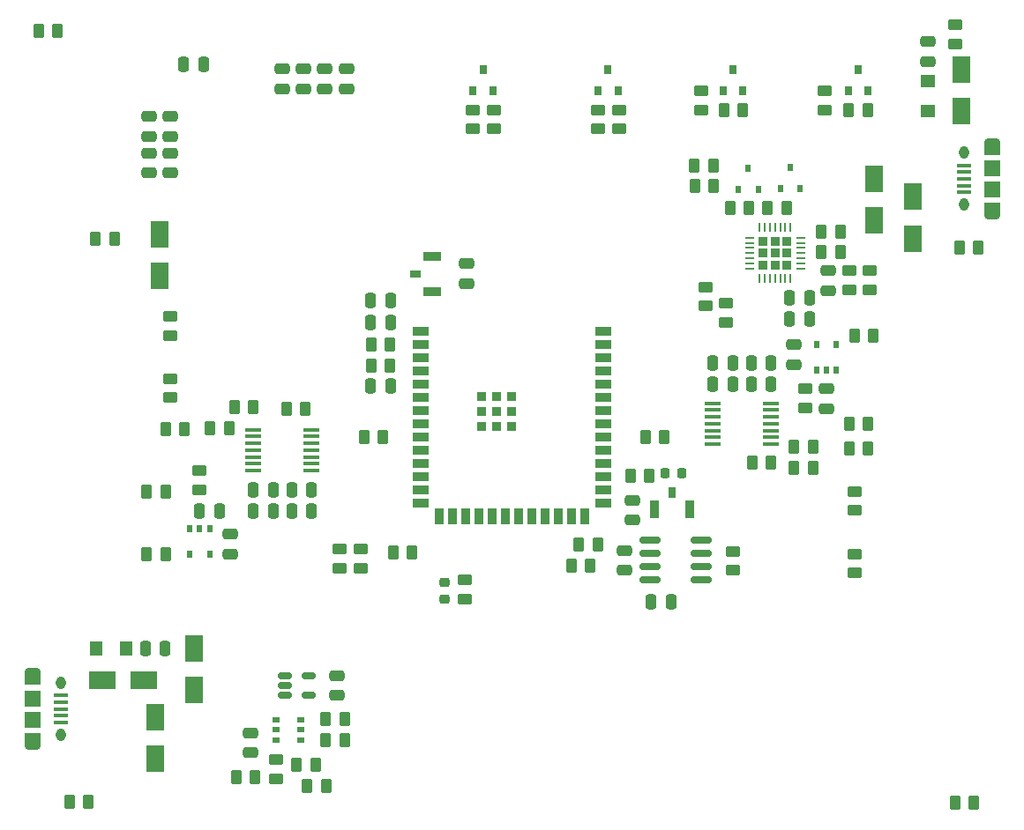
<source format=gtp>
G04 #@! TF.GenerationSoftware,KiCad,Pcbnew,(6.0.6)*
G04 #@! TF.CreationDate,2023-04-23T20:46:21-02:30*
G04 #@! TF.ProjectId,ControlBoard,436f6e74-726f-46c4-926f-6172642e6b69,rev?*
G04 #@! TF.SameCoordinates,Original*
G04 #@! TF.FileFunction,Paste,Top*
G04 #@! TF.FilePolarity,Positive*
%FSLAX46Y46*%
G04 Gerber Fmt 4.6, Leading zero omitted, Abs format (unit mm)*
G04 Created by KiCad (PCBNEW (6.0.6)) date 2023-04-23 20:46:21*
%MOMM*%
%LPD*%
G01*
G04 APERTURE LIST*
G04 Aperture macros list*
%AMRoundRect*
0 Rectangle with rounded corners*
0 $1 Rounding radius*
0 $2 $3 $4 $5 $6 $7 $8 $9 X,Y pos of 4 corners*
0 Add a 4 corners polygon primitive as box body*
4,1,4,$2,$3,$4,$5,$6,$7,$8,$9,$2,$3,0*
0 Add four circle primitives for the rounded corners*
1,1,$1+$1,$2,$3*
1,1,$1+$1,$4,$5*
1,1,$1+$1,$6,$7*
1,1,$1+$1,$8,$9*
0 Add four rect primitives between the rounded corners*
20,1,$1+$1,$2,$3,$4,$5,0*
20,1,$1+$1,$4,$5,$6,$7,0*
20,1,$1+$1,$6,$7,$8,$9,0*
20,1,$1+$1,$8,$9,$2,$3,0*%
G04 Aperture macros list end*
%ADD10RoundRect,0.250000X-0.450000X0.262500X-0.450000X-0.262500X0.450000X-0.262500X0.450000X0.262500X0*%
%ADD11RoundRect,0.250000X0.262500X0.450000X-0.262500X0.450000X-0.262500X-0.450000X0.262500X-0.450000X0*%
%ADD12RoundRect,0.250000X-0.250000X-0.475000X0.250000X-0.475000X0.250000X0.475000X-0.250000X0.475000X0*%
%ADD13RoundRect,0.250000X0.475000X-0.250000X0.475000X0.250000X-0.475000X0.250000X-0.475000X-0.250000X0*%
%ADD14RoundRect,0.250000X0.250000X0.475000X-0.250000X0.475000X-0.250000X-0.475000X0.250000X-0.475000X0*%
%ADD15RoundRect,0.250000X-0.475000X0.250000X-0.475000X-0.250000X0.475000X-0.250000X0.475000X0.250000X0*%
%ADD16RoundRect,0.250000X-0.262500X-0.450000X0.262500X-0.450000X0.262500X0.450000X-0.262500X0.450000X0*%
%ADD17R,1.600000X0.350000*%
%ADD18RoundRect,0.250000X0.450000X-0.262500X0.450000X0.262500X-0.450000X0.262500X-0.450000X-0.262500X0*%
%ADD19R,1.800000X2.500000*%
%ADD20R,0.800000X0.900000*%
%ADD21R,0.800000X0.550000*%
%ADD22R,0.600000X0.800000*%
%ADD23RoundRect,0.225000X0.225000X-0.225000X0.225000X0.225000X-0.225000X0.225000X-0.225000X-0.225000X0*%
%ADD24RoundRect,0.062500X0.062500X-0.337500X0.062500X0.337500X-0.062500X0.337500X-0.062500X-0.337500X0*%
%ADD25RoundRect,0.062500X0.337500X-0.062500X0.337500X0.062500X-0.337500X0.062500X-0.337500X-0.062500X0*%
%ADD26R,0.550000X0.800000*%
%ADD27R,2.500000X1.800000*%
%ADD28R,0.900000X1.700000*%
%ADD29R,0.800000X1.100000*%
%ADD30O,1.550000X0.890000*%
%ADD31O,0.950000X1.250000*%
%ADD32R,1.350000X0.400000*%
%ADD33R,1.550000X1.200000*%
%ADD34R,1.550000X1.500000*%
%ADD35R,1.500000X0.900000*%
%ADD36R,0.900000X1.500000*%
%ADD37R,0.900000X0.900000*%
%ADD38R,1.700000X0.900000*%
%ADD39R,1.100000X0.800000*%
%ADD40R,1.300000X1.400000*%
%ADD41RoundRect,0.150000X-0.512500X-0.150000X0.512500X-0.150000X0.512500X0.150000X-0.512500X0.150000X0*%
%ADD42RoundRect,0.218750X-0.256250X0.218750X-0.256250X-0.218750X0.256250X-0.218750X0.256250X0.218750X0*%
%ADD43RoundRect,0.218750X0.218750X0.256250X-0.218750X0.256250X-0.218750X-0.256250X0.218750X-0.256250X0*%
%ADD44R,1.400000X1.300000*%
%ADD45RoundRect,0.150000X-0.825000X-0.150000X0.825000X-0.150000X0.825000X0.150000X-0.825000X0.150000X0*%
G04 APERTURE END LIST*
D10*
X82925000Y-110025000D03*
X82925000Y-111850000D03*
X92925000Y-113012500D03*
X92925000Y-114837500D03*
D11*
X53862500Y-60250000D03*
X52037500Y-60250000D03*
D12*
X83900000Y-86150000D03*
X85800000Y-86150000D03*
D13*
X72400000Y-129600000D03*
X72400000Y-127700000D03*
D10*
X129825000Y-83287500D03*
X129825000Y-85112500D03*
D12*
X116775000Y-94200000D03*
X118675000Y-94200000D03*
D10*
X115650000Y-66012500D03*
X115650000Y-67837500D03*
D14*
X85825000Y-94375000D03*
X83925000Y-94375000D03*
D13*
X64675000Y-73875000D03*
X64675000Y-71975000D03*
D15*
X62625000Y-71975000D03*
X62625000Y-73875000D03*
D10*
X105750000Y-67837500D03*
X105750000Y-69662500D03*
X130350000Y-104500000D03*
X130350000Y-106325000D03*
D16*
X122000000Y-77275000D03*
X123825000Y-77275000D03*
D17*
X116755000Y-96030000D03*
X116755000Y-96680000D03*
X116755000Y-97330000D03*
X116755000Y-97980000D03*
X116755000Y-98630000D03*
X116755000Y-99280000D03*
X116755000Y-99930000D03*
X122355000Y-99930000D03*
X122355000Y-99280000D03*
X122355000Y-98630000D03*
X122355000Y-97980000D03*
X122355000Y-97330000D03*
X122355000Y-96680000D03*
X122355000Y-96030000D03*
D13*
X64675000Y-70375000D03*
X64675000Y-68475000D03*
D18*
X107750000Y-69662500D03*
X107750000Y-67837500D03*
D11*
X85787500Y-92375000D03*
X83962500Y-92375000D03*
D12*
X124125000Y-85850000D03*
X126025000Y-85850000D03*
D11*
X85762500Y-90375000D03*
X83937500Y-90375000D03*
D19*
X132275000Y-74425000D03*
X132275000Y-78425000D03*
D11*
X116850000Y-75175000D03*
X115025000Y-75175000D03*
D16*
X139987500Y-134425000D03*
X141812500Y-134425000D03*
D10*
X93750000Y-67837500D03*
X93750000Y-69662500D03*
D18*
X64650000Y-89512500D03*
X64650000Y-87687500D03*
D12*
X110850000Y-115125000D03*
X112750000Y-115125000D03*
D13*
X62625000Y-70375000D03*
X62625000Y-68475000D03*
D16*
X103187500Y-111650000D03*
X105012500Y-111650000D03*
D20*
X117750000Y-66000000D03*
X119650000Y-66000000D03*
X118700000Y-64000000D03*
D14*
X122350000Y-92175000D03*
X120450000Y-92175000D03*
D11*
X78625000Y-130775000D03*
X76800000Y-130775000D03*
D16*
X79575000Y-128350000D03*
X81400000Y-128350000D03*
X86062500Y-110350000D03*
X87887500Y-110350000D03*
X127187500Y-79525000D03*
X129012500Y-79525000D03*
D21*
X77237500Y-128350000D03*
X77237500Y-127400000D03*
X77237500Y-126450000D03*
X74837500Y-126450000D03*
X74837500Y-127400000D03*
X74837500Y-128350000D03*
D19*
X63200000Y-126150000D03*
X63200000Y-130150000D03*
D11*
X112112500Y-99250000D03*
X110287500Y-99250000D03*
D22*
X119212500Y-75435000D03*
X121112500Y-75435000D03*
X120162500Y-73415000D03*
D23*
X122725000Y-82720000D03*
X122725000Y-80480000D03*
X121605000Y-82720000D03*
X121605000Y-80480000D03*
X123845000Y-80480000D03*
X121605000Y-81600000D03*
X123845000Y-81600000D03*
X123845000Y-82720000D03*
X122725000Y-81600000D03*
D24*
X121225000Y-84050000D03*
X121725000Y-84050000D03*
X122225000Y-84050000D03*
X122725000Y-84050000D03*
X123225000Y-84050000D03*
X123725000Y-84050000D03*
X124225000Y-84050000D03*
D25*
X125175000Y-83100000D03*
X125175000Y-82600000D03*
X125175000Y-82100000D03*
X125175000Y-81600000D03*
X125175000Y-81100000D03*
X125175000Y-80600000D03*
X125175000Y-80100000D03*
D24*
X124225000Y-79150000D03*
X123725000Y-79150000D03*
X123225000Y-79150000D03*
X122725000Y-79150000D03*
X122225000Y-79150000D03*
X121725000Y-79150000D03*
X121225000Y-79150000D03*
D25*
X120275000Y-80100000D03*
X120275000Y-80600000D03*
X120275000Y-81100000D03*
X120275000Y-81600000D03*
X120275000Y-82100000D03*
X120275000Y-82600000D03*
X120275000Y-83100000D03*
D14*
X78250000Y-106375000D03*
X76350000Y-106375000D03*
D26*
X68450000Y-108100000D03*
X67500000Y-108100000D03*
X66550000Y-108100000D03*
X66550000Y-110500000D03*
X68450000Y-110500000D03*
D13*
X79525000Y-65800000D03*
X79525000Y-63900000D03*
D11*
X116825000Y-73150000D03*
X115000000Y-73150000D03*
D16*
X117812500Y-67850000D03*
X119637500Y-67850000D03*
D20*
X129750000Y-66000000D03*
X131650000Y-66000000D03*
X130700000Y-64000000D03*
D19*
X135950000Y-76175000D03*
X135950000Y-80175000D03*
D16*
X55012500Y-134325000D03*
X56837500Y-134325000D03*
X79575000Y-126375000D03*
X81400000Y-126375000D03*
X64212500Y-98500000D03*
X66037500Y-98500000D03*
D15*
X137400000Y-61275000D03*
X137400000Y-63175000D03*
D12*
X72650000Y-106375000D03*
X74550000Y-106375000D03*
D26*
X126725000Y-92800000D03*
X127675000Y-92800000D03*
X128625000Y-92800000D03*
X128625000Y-90400000D03*
X126725000Y-90400000D03*
D14*
X78250000Y-104325000D03*
X76350000Y-104325000D03*
D20*
X105750000Y-66000000D03*
X107650000Y-66000000D03*
X106700000Y-64000000D03*
D12*
X72650000Y-104325000D03*
X74550000Y-104325000D03*
D10*
X127500000Y-65987500D03*
X127500000Y-67812500D03*
D27*
X58135000Y-122625000D03*
X62135000Y-122625000D03*
D10*
X140000000Y-59650000D03*
X140000000Y-61475000D03*
D16*
X83262500Y-99250000D03*
X85087500Y-99250000D03*
D11*
X72637500Y-96400000D03*
X70812500Y-96400000D03*
D13*
X108250000Y-112050000D03*
X108250000Y-110150000D03*
D18*
X64650000Y-95487500D03*
X64650000Y-93662500D03*
D16*
X62412500Y-104500000D03*
X64237500Y-104500000D03*
D28*
X114575000Y-106225000D03*
X111175000Y-106225000D03*
D29*
X112875000Y-104585000D03*
D16*
X62412500Y-110500000D03*
X64237500Y-110500000D03*
D30*
X143550000Y-70950000D03*
D31*
X140850000Y-76950000D03*
X140850000Y-71950000D03*
D30*
X143550000Y-77950000D03*
D32*
X140850000Y-75750000D03*
X140850000Y-75100000D03*
X140850000Y-74450000D03*
X140850000Y-73800000D03*
X140850000Y-73150000D03*
D33*
X143550000Y-77350000D03*
D34*
X143550000Y-75450000D03*
X143550000Y-73450000D03*
D33*
X143550000Y-71550000D03*
D17*
X78245000Y-102470000D03*
X78245000Y-101820000D03*
X78245000Y-101170000D03*
X78245000Y-100520000D03*
X78245000Y-99870000D03*
X78245000Y-99220000D03*
X78245000Y-98570000D03*
X72645000Y-98570000D03*
X72645000Y-99220000D03*
X72645000Y-99870000D03*
X72645000Y-100520000D03*
X72645000Y-101170000D03*
X72645000Y-101820000D03*
X72645000Y-102470000D03*
D11*
X70312500Y-98400000D03*
X68487500Y-98400000D03*
D10*
X118725000Y-110262500D03*
X118725000Y-112087500D03*
D19*
X140600000Y-67950000D03*
X140600000Y-63950000D03*
D35*
X88750000Y-89090000D03*
X88750000Y-90360000D03*
X88750000Y-91630000D03*
X88750000Y-92900000D03*
X88750000Y-94170000D03*
X88750000Y-95440000D03*
X88750000Y-96710000D03*
X88750000Y-97980000D03*
X88750000Y-99250000D03*
X88750000Y-100520000D03*
X88750000Y-101790000D03*
X88750000Y-103060000D03*
X88750000Y-104330000D03*
X88750000Y-105600000D03*
D36*
X90515000Y-106850000D03*
X91785000Y-106850000D03*
X93055000Y-106850000D03*
X94325000Y-106850000D03*
X95595000Y-106850000D03*
X96865000Y-106850000D03*
X98135000Y-106850000D03*
X99405000Y-106850000D03*
X100675000Y-106850000D03*
X101945000Y-106850000D03*
X103215000Y-106850000D03*
X104485000Y-106850000D03*
D35*
X106250000Y-105600000D03*
X106250000Y-104330000D03*
X106250000Y-103060000D03*
X106250000Y-101790000D03*
X106250000Y-100520000D03*
X106250000Y-99250000D03*
X106250000Y-97980000D03*
X106250000Y-96710000D03*
X106250000Y-95440000D03*
X106250000Y-94170000D03*
X106250000Y-92900000D03*
X106250000Y-91630000D03*
X106250000Y-90360000D03*
X106250000Y-89090000D03*
D37*
X94600000Y-95410000D03*
X96000000Y-95410000D03*
X97400000Y-95410000D03*
X94600000Y-96810000D03*
X96000000Y-96810000D03*
X97400000Y-96810000D03*
X94600000Y-98210000D03*
X96000000Y-98210000D03*
X97400000Y-98210000D03*
D38*
X89850000Y-81875000D03*
X89850000Y-85275000D03*
D39*
X88210000Y-83575000D03*
D11*
X131662500Y-97975000D03*
X129837500Y-97975000D03*
D14*
X64200000Y-119625000D03*
X62300000Y-119625000D03*
D15*
X77475000Y-63900000D03*
X77475000Y-65800000D03*
D13*
X124575000Y-92300000D03*
X124575000Y-90400000D03*
D11*
X131662500Y-100350000D03*
X129837500Y-100350000D03*
D14*
X122350000Y-94200000D03*
X120450000Y-94200000D03*
D18*
X95750000Y-69662500D03*
X95750000Y-67837500D03*
D11*
X79637500Y-132775000D03*
X77812500Y-132775000D03*
D19*
X67000000Y-123575000D03*
X67000000Y-119575000D03*
D11*
X120250000Y-77275000D03*
X118425000Y-77275000D03*
D31*
X54150000Y-122900000D03*
D30*
X51450000Y-121900000D03*
X51450000Y-128900000D03*
D31*
X54150000Y-127900000D03*
D32*
X54150000Y-124100000D03*
X54150000Y-124750000D03*
X54150000Y-125400000D03*
X54150000Y-126050000D03*
X54150000Y-126700000D03*
D33*
X51450000Y-128300000D03*
D34*
X51450000Y-126400000D03*
D33*
X51450000Y-122500000D03*
D34*
X51450000Y-124400000D03*
D13*
X109050000Y-107250000D03*
X109050000Y-105350000D03*
D11*
X129012500Y-81500000D03*
X127187500Y-81500000D03*
D18*
X118050000Y-88237500D03*
X118050000Y-86412500D03*
D40*
X60425000Y-119625000D03*
X57525000Y-119625000D03*
D41*
X75687500Y-122200000D03*
X75687500Y-123150000D03*
X75687500Y-124100000D03*
X77962500Y-124100000D03*
X77962500Y-122200000D03*
D12*
X67500000Y-106350000D03*
X69400000Y-106350000D03*
D16*
X75837500Y-96575000D03*
X77662500Y-96575000D03*
D11*
X72837500Y-131925000D03*
X71012500Y-131925000D03*
D14*
X67850000Y-63425000D03*
X65950000Y-63425000D03*
D18*
X131800000Y-85112500D03*
X131800000Y-83287500D03*
D19*
X63625000Y-79750000D03*
X63625000Y-83750000D03*
D16*
X124562500Y-102200000D03*
X126387500Y-102200000D03*
X108837500Y-103000000D03*
X110662500Y-103000000D03*
D18*
X74812500Y-132087500D03*
X74812500Y-130262500D03*
D10*
X80950000Y-110025000D03*
X80950000Y-111850000D03*
D15*
X127825000Y-83275000D03*
X127825000Y-85175000D03*
D12*
X124125000Y-87925000D03*
X126025000Y-87925000D03*
D15*
X127675000Y-94625000D03*
X127675000Y-96525000D03*
D10*
X67500000Y-102512500D03*
X67500000Y-104337500D03*
D18*
X116050000Y-86687500D03*
X116050000Y-84862500D03*
D10*
X130350000Y-110500000D03*
X130350000Y-112325000D03*
D11*
X122362500Y-101725000D03*
X120537500Y-101725000D03*
D18*
X125650000Y-96462500D03*
X125650000Y-94637500D03*
D11*
X132187500Y-89500000D03*
X130362500Y-89500000D03*
X142262500Y-81075000D03*
X140437500Y-81075000D03*
D42*
X91000000Y-113262500D03*
X91000000Y-114837500D03*
D11*
X59337500Y-80250000D03*
X57512500Y-80250000D03*
D12*
X83900000Y-88275000D03*
X85800000Y-88275000D03*
D16*
X129812500Y-67825000D03*
X131637500Y-67825000D03*
D22*
X123262500Y-75410000D03*
X125162500Y-75410000D03*
X124212500Y-73390000D03*
D12*
X116775000Y-92175000D03*
X118675000Y-92175000D03*
D16*
X124562500Y-100225000D03*
X126387500Y-100225000D03*
D20*
X93750000Y-66000000D03*
X95650000Y-66000000D03*
X94700000Y-64000000D03*
D43*
X113787500Y-102775000D03*
X112212500Y-102775000D03*
D13*
X81575000Y-65800000D03*
X81575000Y-63900000D03*
D44*
X137375000Y-65050000D03*
X137375000Y-67950000D03*
D16*
X103912500Y-109625000D03*
X105737500Y-109625000D03*
D15*
X70425000Y-108600000D03*
X70425000Y-110500000D03*
X93125000Y-82600000D03*
X93125000Y-84500000D03*
X75425000Y-63900000D03*
X75425000Y-65800000D03*
D45*
X110725000Y-109195000D03*
X110725000Y-110465000D03*
X110725000Y-111735000D03*
X110725000Y-113005000D03*
X115675000Y-113005000D03*
X115675000Y-111735000D03*
X115675000Y-110465000D03*
X115675000Y-109195000D03*
D15*
X80650000Y-122200000D03*
X80650000Y-124100000D03*
M02*

</source>
